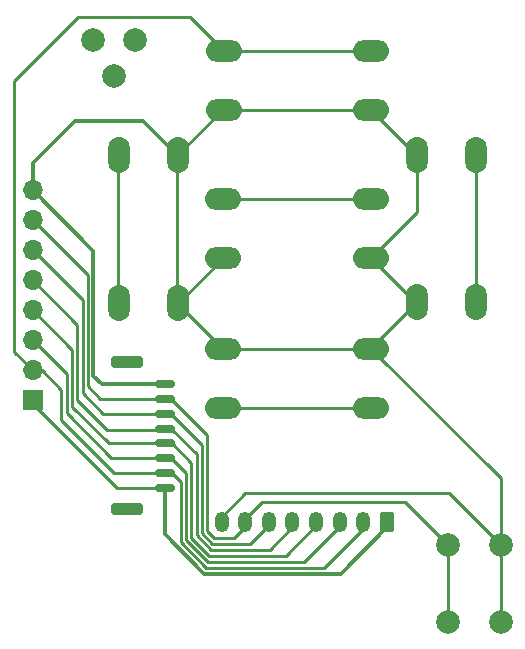
<source format=gbr>
%TF.GenerationSoftware,KiCad,Pcbnew,(6.0.7)*%
%TF.CreationDate,2022-08-18T12:53:54+09:00*%
%TF.ProjectId,monitor_control_board,6d6f6e69-746f-4725-9f63-6f6e74726f6c,rev?*%
%TF.SameCoordinates,Original*%
%TF.FileFunction,Copper,L2,Bot*%
%TF.FilePolarity,Positive*%
%FSLAX46Y46*%
G04 Gerber Fmt 4.6, Leading zero omitted, Abs format (unit mm)*
G04 Created by KiCad (PCBNEW (6.0.7)) date 2022-08-18 12:53:54*
%MOMM*%
%LPD*%
G01*
G04 APERTURE LIST*
G04 Aperture macros list*
%AMRoundRect*
0 Rectangle with rounded corners*
0 $1 Rounding radius*
0 $2 $3 $4 $5 $6 $7 $8 $9 X,Y pos of 4 corners*
0 Add a 4 corners polygon primitive as box body*
4,1,4,$2,$3,$4,$5,$6,$7,$8,$9,$2,$3,0*
0 Add four circle primitives for the rounded corners*
1,1,$1+$1,$2,$3*
1,1,$1+$1,$4,$5*
1,1,$1+$1,$6,$7*
1,1,$1+$1,$8,$9*
0 Add four rect primitives between the rounded corners*
20,1,$1+$1,$2,$3,$4,$5,0*
20,1,$1+$1,$4,$5,$6,$7,0*
20,1,$1+$1,$6,$7,$8,$9,0*
20,1,$1+$1,$8,$9,$2,$3,0*%
G04 Aperture macros list end*
%TA.AperFunction,ComponentPad*%
%ADD10O,1.850000X3.048000*%
%TD*%
%TA.AperFunction,ComponentPad*%
%ADD11C,2.000000*%
%TD*%
%TA.AperFunction,ComponentPad*%
%ADD12O,3.048000X1.850000*%
%TD*%
%TA.AperFunction,ComponentPad*%
%ADD13O,1.700000X1.700000*%
%TD*%
%TA.AperFunction,ComponentPad*%
%ADD14R,1.700000X1.700000*%
%TD*%
%TA.AperFunction,ComponentPad*%
%ADD15O,1.200000X1.750000*%
%TD*%
%TA.AperFunction,ComponentPad*%
%ADD16RoundRect,0.250000X0.350000X0.625000X-0.350000X0.625000X-0.350000X-0.625000X0.350000X-0.625000X0*%
%TD*%
%TA.AperFunction,SMDPad,CuDef*%
%ADD17RoundRect,0.250000X1.100000X-0.250000X1.100000X0.250000X-1.100000X0.250000X-1.100000X-0.250000X0*%
%TD*%
%TA.AperFunction,SMDPad,CuDef*%
%ADD18RoundRect,0.150000X0.700000X-0.150000X0.700000X0.150000X-0.700000X0.150000X-0.700000X-0.150000X0*%
%TD*%
%TA.AperFunction,Conductor*%
%ADD19C,0.250000*%
%TD*%
%TA.AperFunction,Conductor*%
%ADD20C,0.300000*%
%TD*%
G04 APERTURE END LIST*
D10*
%TO.P,SW1,2,2*%
%TO.N,GND*%
X143582000Y-76514000D03*
X143582000Y-89014000D03*
%TO.P,SW1,1,1*%
%TO.N,/VOL_M*%
X138582000Y-76514000D03*
X138582000Y-89014000D03*
%TD*%
D11*
%TO.P,SW6,2,2*%
%TO.N,GND*%
X170962000Y-109514000D03*
X170962000Y-116014000D03*
%TO.P,SW6,1,1*%
%TO.N,/POWER*%
X166462000Y-116014000D03*
X166462000Y-109514000D03*
%TD*%
%TO.P,TP1,1,1*%
%TO.N,/MENU*%
X139954000Y-66802000D03*
%TD*%
D10*
%TO.P,SW5,2,2*%
%TO.N,GND*%
X163819200Y-88984000D03*
X163819200Y-76484000D03*
%TO.P,SW5,1,1*%
%TO.N,/VOL_P*%
X168819200Y-76484000D03*
X168819200Y-88984000D03*
%TD*%
D11*
%TO.P,TP3,1,1*%
%TO.N,/POWER*%
X136398000Y-66802000D03*
%TD*%
%TO.P,TP2,1,1*%
%TO.N,GND*%
X138176000Y-69850000D03*
%TD*%
D12*
%TO.P,SW4,2,2*%
%TO.N,GND*%
X147442000Y-92894000D03*
X159942000Y-92894000D03*
%TO.P,SW4,1,1*%
%TO.N,/DOWN*%
X159942000Y-97894000D03*
X147442000Y-97894000D03*
%TD*%
%TO.P,SW2,2,2*%
%TO.N,GND*%
X147462000Y-72654800D03*
X159962000Y-72654800D03*
%TO.P,SW2,1,1*%
%TO.N,/UP*%
X147462000Y-67654800D03*
X159962000Y-67654800D03*
%TD*%
%TO.P,SW3,1,1*%
%TO.N,/SELECT*%
X147452000Y-80253200D03*
X159952000Y-80253200D03*
%TO.P,SW3,2,2*%
%TO.N,GND*%
X159952000Y-85253200D03*
X147452000Y-85253200D03*
%TD*%
D13*
%TO.P,J2,8,Pin_8*%
%TO.N,GND*%
X131318000Y-79502000D03*
%TO.P,J2,7,Pin_7*%
%TO.N,/POWER*%
X131318000Y-82042000D03*
%TO.P,J2,6,Pin_6*%
%TO.N,/MENU*%
X131318000Y-84582000D03*
%TO.P,J2,5,Pin_5*%
%TO.N,/VOL_M*%
X131318000Y-87122000D03*
%TO.P,J2,4,Pin_4*%
%TO.N,/VOL_P*%
X131318000Y-89662000D03*
%TO.P,J2,3,Pin_3*%
%TO.N,/DOWN*%
X131318000Y-92202000D03*
%TO.P,J2,2,Pin_2*%
%TO.N,/UP*%
X131318000Y-94742000D03*
D14*
%TO.P,J2,1,Pin_1*%
%TO.N,/SELECT*%
X131318000Y-97282000D03*
%TD*%
D15*
%TO.P,J3,8,Pin_8*%
%TO.N,GND*%
X147290000Y-107594400D03*
%TO.P,J3,7,Pin_7*%
%TO.N,/POWER*%
X149290000Y-107594400D03*
%TO.P,J3,6,Pin_6*%
%TO.N,/MENU*%
X151290000Y-107594400D03*
%TO.P,J3,5,Pin_5*%
%TO.N,/VOL_M*%
X153290000Y-107594400D03*
%TO.P,J3,4,Pin_4*%
%TO.N,/VOL_P*%
X155290000Y-107594400D03*
%TO.P,J3,3,Pin_3*%
%TO.N,/DOWN*%
X157290000Y-107594400D03*
%TO.P,J3,2,Pin_2*%
%TO.N,/UP*%
X159290000Y-107594400D03*
D16*
%TO.P,J3,1,Pin_1*%
%TO.N,/SELECT*%
X161290000Y-107594400D03*
%TD*%
D17*
%TO.P,J1,MP*%
%TO.N,N/C*%
X139289800Y-106504200D03*
X139289800Y-94054200D03*
D18*
%TO.P,J1,8,Pin_8*%
%TO.N,GND*%
X142489800Y-95904200D03*
%TO.P,J1,7,Pin_7*%
%TO.N,/POWER*%
X142489800Y-97154200D03*
%TO.P,J1,6,Pin_6*%
%TO.N,/MENU*%
X142489800Y-98404200D03*
%TO.P,J1,5,Pin_5*%
%TO.N,/VOL_M*%
X142489800Y-99654200D03*
%TO.P,J1,4,Pin_4*%
%TO.N,/VOL_P*%
X142489800Y-100904200D03*
%TO.P,J1,3,Pin_3*%
%TO.N,/DOWN*%
X142489800Y-102154200D03*
%TO.P,J1,2,Pin_2*%
%TO.N,/UP*%
X142489800Y-103404200D03*
%TO.P,J1,1,Pin_1*%
%TO.N,/SELECT*%
X142489800Y-104654200D03*
%TD*%
D19*
%TO.N,GND*%
X170920800Y-109432800D02*
X170962000Y-109474000D01*
X170920800Y-103862400D02*
X170920800Y-109432800D01*
X147290000Y-107141800D02*
X147290000Y-107594400D01*
X149275800Y-105156000D02*
X147290000Y-107141800D01*
X166573200Y-105156000D02*
X149275800Y-105156000D01*
X170891200Y-109474000D02*
X166573200Y-105156000D01*
%TO.N,/POWER*%
X166395400Y-109474000D02*
X166462000Y-109474000D01*
%TO.N,GND*%
X159960800Y-92902400D02*
X170920800Y-103862400D01*
%TO.N,/POWER*%
X162839400Y-105918000D02*
X166395400Y-109474000D01*
X150723600Y-105918000D02*
X162839400Y-105918000D01*
%TO.N,GND*%
X170962000Y-109474000D02*
X170891200Y-109474000D01*
%TO.N,/POWER*%
X149290000Y-107594400D02*
X149290000Y-107351600D01*
X149290000Y-107351600D02*
X150723600Y-105918000D01*
X166462000Y-115974000D02*
X166462000Y-109474000D01*
%TO.N,GND*%
X170962000Y-109474000D02*
X170962000Y-115974000D01*
D20*
%TO.N,/SELECT*%
X161290000Y-107594400D02*
X161290000Y-108026200D01*
D19*
X138458808Y-104679600D02*
X131318000Y-97538792D01*
D20*
X142489800Y-108599132D02*
X142489800Y-104654200D01*
D19*
X142464400Y-104679600D02*
X138458808Y-104679600D01*
X131318000Y-97538792D02*
X131318000Y-97282000D01*
D20*
X157378400Y-111937800D02*
X145828468Y-111937800D01*
X161290000Y-108026200D02*
X157378400Y-111937800D01*
X145828468Y-111937800D02*
X142489800Y-108599132D01*
D19*
X147430000Y-80253200D02*
X159930000Y-80253200D01*
X142489800Y-104654200D02*
X142464400Y-104679600D01*
%TO.N,/UP*%
X143825400Y-109262980D02*
X145992220Y-111429800D01*
X131318000Y-94742000D02*
X132080000Y-94742000D01*
X145992220Y-111429800D02*
X156006800Y-111429800D01*
X131318000Y-94742000D02*
X129717800Y-93141800D01*
X147430000Y-67654800D02*
X159930000Y-67654800D01*
X147430000Y-67597800D02*
X147430000Y-67654800D01*
X142489000Y-103403400D02*
X142489800Y-103404200D01*
X133723800Y-96385800D02*
X133723800Y-98925800D01*
X138201400Y-103403400D02*
X142489000Y-103403400D01*
X132080000Y-94742000D02*
X133723800Y-96385800D01*
X159290000Y-108146600D02*
X159290000Y-107594400D01*
X135102600Y-64820800D02*
X144653000Y-64820800D01*
X133723800Y-98925800D02*
X138201400Y-103403400D01*
X143825400Y-104176000D02*
X143825400Y-109262980D01*
X142489800Y-103404200D02*
X143053600Y-103404200D01*
X156006800Y-111429800D02*
X159290000Y-108146600D01*
X129717800Y-93141800D02*
X129717800Y-70205600D01*
X144653000Y-64820800D02*
X147430000Y-67597800D01*
X129717800Y-70205600D02*
X135102600Y-64820800D01*
X143053600Y-103404200D02*
X143825400Y-104176000D01*
%TO.N,/VOL_P*%
X134623800Y-97793800D02*
X134623800Y-92967800D01*
X155290000Y-107854000D02*
X155290000Y-107594400D01*
X152730200Y-110413800D02*
X155290000Y-107854000D01*
X143068200Y-100904200D02*
X144725400Y-102561400D01*
X142479800Y-100914200D02*
X137744200Y-100914200D01*
X144725400Y-102561400D02*
X144725400Y-108890188D01*
X168819200Y-88962400D02*
X168819200Y-76462400D01*
X137744200Y-100914200D02*
X134623800Y-97793800D01*
X142489800Y-100904200D02*
X143068200Y-100904200D01*
X142489800Y-100904200D02*
X142479800Y-100914200D01*
X134623800Y-92967800D02*
X131318000Y-89662000D01*
X146249012Y-110413800D02*
X152730200Y-110413800D01*
X144725400Y-108890188D02*
X146249012Y-110413800D01*
%TO.N,/DOWN*%
X147460800Y-97902400D02*
X159960800Y-97902400D01*
X157290000Y-107886000D02*
X157290000Y-107594400D01*
X144275400Y-109076584D02*
X146120616Y-110921800D01*
X142489800Y-102154200D02*
X143022800Y-102154200D01*
X142489800Y-102154200D02*
X142485200Y-102158800D01*
X143022800Y-102154200D02*
X144275400Y-103406800D01*
X137972800Y-102158800D02*
X134173800Y-98359800D01*
X134173800Y-98359800D02*
X134173800Y-95057800D01*
X142485200Y-102158800D02*
X137972800Y-102158800D01*
X134173800Y-95057800D02*
X131318000Y-92202000D01*
X146120616Y-110921800D02*
X154254200Y-110921800D01*
X144275400Y-103406800D02*
X144275400Y-109076584D01*
X154254200Y-110921800D02*
X157290000Y-107886000D01*
%TO.N,/VOL_M*%
X142489800Y-99654200D02*
X143037400Y-99654200D01*
X143037400Y-99654200D02*
X145175400Y-101792200D01*
X146377408Y-109905800D02*
X151358600Y-109905800D01*
X142388200Y-99755800D02*
X137601800Y-99755800D01*
X135073800Y-90877800D02*
X131318000Y-87122000D01*
X151358600Y-109905800D02*
X153290000Y-107974400D01*
X153290000Y-107974400D02*
X153290000Y-107594400D01*
X135073800Y-97227800D02*
X135073800Y-90877800D01*
X138557000Y-89027000D02*
X138557000Y-76527000D01*
X137601800Y-99755800D02*
X135073800Y-97227800D01*
X142489800Y-99654200D02*
X142388200Y-99755800D01*
X145175400Y-108703792D02*
X146377408Y-109905800D01*
X145175400Y-101792200D02*
X145175400Y-108703792D01*
%TO.N,/POWER*%
X142489000Y-97155000D02*
X137033000Y-97155000D01*
X148328800Y-108947800D02*
X146692200Y-108947800D01*
X146692200Y-108947800D02*
X146075400Y-108331000D01*
X149290000Y-107986600D02*
X148328800Y-108947800D01*
X143026600Y-97154200D02*
X142489800Y-97154200D01*
X149290000Y-107594400D02*
X149290000Y-107986600D01*
X146075400Y-108331000D02*
X146075400Y-100203000D01*
X135973800Y-96095800D02*
X135973800Y-86697800D01*
X137033000Y-97155000D02*
X135973800Y-96095800D01*
X142489800Y-97154200D02*
X142489000Y-97155000D01*
X135973800Y-86697800D02*
X131318000Y-82042000D01*
X146075400Y-100203000D02*
X143026600Y-97154200D01*
%TO.N,GND*%
X147430000Y-72654800D02*
X147429200Y-72654800D01*
D20*
X136448800Y-84632800D02*
X131318000Y-79502000D01*
D19*
X159960800Y-92902400D02*
X159960800Y-92820800D01*
X163639200Y-88962400D02*
X159930000Y-85253200D01*
X163819200Y-81364000D02*
X163819200Y-76462400D01*
X159960800Y-92820800D02*
X163819200Y-88962400D01*
D20*
X142483600Y-95910400D02*
X137185400Y-95910400D01*
D19*
X143557000Y-89027000D02*
X143656200Y-89027000D01*
D20*
X136448800Y-95173800D02*
X136448800Y-84632800D01*
X140639200Y-73609200D02*
X143557000Y-76527000D01*
D19*
X159930000Y-85253200D02*
X163819200Y-81364000D01*
D20*
X131318000Y-79502000D02*
X131318000Y-77216000D01*
X137185400Y-95910400D02*
X136448800Y-95173800D01*
D19*
X143656200Y-89027000D02*
X147430000Y-85253200D01*
X147432400Y-92902400D02*
X143557000Y-89027000D01*
X163737600Y-76462400D02*
X159930000Y-72654800D01*
X163819200Y-88962400D02*
X163639200Y-88962400D01*
X159930000Y-72654800D02*
X147430000Y-72654800D01*
D20*
X134924800Y-73609200D02*
X140639200Y-73609200D01*
D19*
X147460800Y-92902400D02*
X159960800Y-92902400D01*
X147429200Y-72654800D02*
X143557000Y-76527000D01*
D20*
X131318000Y-77216000D02*
X134924800Y-73609200D01*
D19*
X143557000Y-89027000D02*
X143557000Y-76527000D01*
X163819200Y-76462400D02*
X163737600Y-76462400D01*
D20*
X142489800Y-95904200D02*
X142483600Y-95910400D01*
D19*
X147460800Y-92902400D02*
X147432400Y-92902400D01*
%TO.N,/MENU*%
X137261600Y-98399600D02*
X135523800Y-96661800D01*
X145625400Y-108517396D02*
X146505804Y-109397800D01*
X142489800Y-98404200D02*
X142485200Y-98399600D01*
X135523800Y-96661800D02*
X135523800Y-88787800D01*
X149733000Y-109397800D02*
X151290000Y-107840800D01*
X146505804Y-109397800D02*
X149733000Y-109397800D01*
X143006600Y-98404200D02*
X145625400Y-101023000D01*
X142489800Y-98404200D02*
X143006600Y-98404200D01*
X142485200Y-98399600D02*
X137261600Y-98399600D01*
X135523800Y-88787800D02*
X131318000Y-84582000D01*
X151290000Y-107840800D02*
X151290000Y-107594400D01*
X145625400Y-101023000D02*
X145625400Y-108517396D01*
%TD*%
M02*

</source>
